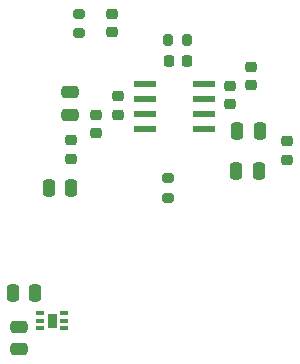
<source format=gtp>
%TF.GenerationSoftware,KiCad,Pcbnew,(6.0.4-0)*%
%TF.CreationDate,2022-07-19T19:10:53-04:00*%
%TF.ProjectId,PhotodiodeTIAVoltageReg,50686f74-6f64-4696-9f64-65544941566f,v01*%
%TF.SameCoordinates,Original*%
%TF.FileFunction,Paste,Top*%
%TF.FilePolarity,Positive*%
%FSLAX46Y46*%
G04 Gerber Fmt 4.6, Leading zero omitted, Abs format (unit mm)*
G04 Created by KiCad (PCBNEW (6.0.4-0)) date 2022-07-19 19:10:53*
%MOMM*%
%LPD*%
G01*
G04 APERTURE LIST*
G04 Aperture macros list*
%AMRoundRect*
0 Rectangle with rounded corners*
0 $1 Rounding radius*
0 $2 $3 $4 $5 $6 $7 $8 $9 X,Y pos of 4 corners*
0 Add a 4 corners polygon primitive as box body*
4,1,4,$2,$3,$4,$5,$6,$7,$8,$9,$2,$3,0*
0 Add four circle primitives for the rounded corners*
1,1,$1+$1,$2,$3*
1,1,$1+$1,$4,$5*
1,1,$1+$1,$6,$7*
1,1,$1+$1,$8,$9*
0 Add four rect primitives between the rounded corners*
20,1,$1+$1,$2,$3,$4,$5,0*
20,1,$1+$1,$4,$5,$6,$7,0*
20,1,$1+$1,$6,$7,$8,$9,0*
20,1,$1+$1,$8,$9,$2,$3,0*%
G04 Aperture macros list end*
%ADD10C,0.010000*%
%ADD11R,1.970000X0.600000*%
%ADD12RoundRect,0.250000X0.475000X-0.250000X0.475000X0.250000X-0.475000X0.250000X-0.475000X-0.250000X0*%
%ADD13RoundRect,0.225000X0.250000X-0.225000X0.250000X0.225000X-0.250000X0.225000X-0.250000X-0.225000X0*%
%ADD14RoundRect,0.200000X-0.200000X-0.275000X0.200000X-0.275000X0.200000X0.275000X-0.200000X0.275000X0*%
%ADD15RoundRect,0.200000X-0.275000X0.200000X-0.275000X-0.200000X0.275000X-0.200000X0.275000X0.200000X0*%
%ADD16RoundRect,0.225000X-0.250000X0.225000X-0.250000X-0.225000X0.250000X-0.225000X0.250000X0.225000X0*%
%ADD17RoundRect,0.225000X0.225000X0.250000X-0.225000X0.250000X-0.225000X-0.250000X0.225000X-0.250000X0*%
%ADD18RoundRect,0.200000X0.275000X-0.200000X0.275000X0.200000X-0.275000X0.200000X-0.275000X-0.200000X0*%
%ADD19RoundRect,0.218750X0.256250X-0.218750X0.256250X0.218750X-0.256250X0.218750X-0.256250X-0.218750X0*%
%ADD20RoundRect,0.250000X-0.250000X-0.475000X0.250000X-0.475000X0.250000X0.475000X-0.250000X0.475000X0*%
%ADD21RoundRect,0.250000X0.250000X0.475000X-0.250000X0.475000X-0.250000X-0.475000X0.250000X-0.475000X0*%
%ADD22RoundRect,0.025600X0.304400X-0.134400X0.304400X0.134400X-0.304400X0.134400X-0.304400X-0.134400X0*%
G04 APERTURE END LIST*
%TO.C,U3*%
G36*
X105044200Y-92128759D02*
G01*
X104403599Y-92128759D01*
X104403599Y-91107800D01*
X105044200Y-91107800D01*
X105044200Y-92128759D01*
G37*
D10*
X105044200Y-92128759D02*
X104403599Y-92128759D01*
X104403599Y-91107800D01*
X105044200Y-91107800D01*
X105044200Y-92128759D01*
%TD*%
D11*
%TO.C,U2*%
X117570000Y-75445000D03*
X117570000Y-74175000D03*
X117570000Y-72905000D03*
X117570000Y-71635000D03*
X112630000Y-71635000D03*
X112630000Y-72905000D03*
X112630000Y-74175000D03*
X112630000Y-75445000D03*
%TD*%
D12*
%TO.C,C1*%
X106290000Y-74190000D03*
X106290000Y-72290000D03*
%TD*%
D13*
%TO.C,C2*%
X110350000Y-74185000D03*
X110350000Y-72635000D03*
%TD*%
D14*
%TO.C,R1*%
X114555000Y-67880000D03*
X116205000Y-67880000D03*
%TD*%
D15*
%TO.C,R2*%
X106990000Y-65645000D03*
X106990000Y-67295000D03*
%TD*%
D16*
%TO.C,C4*%
X119770000Y-71745000D03*
X119770000Y-73295000D03*
%TD*%
D17*
%TO.C,C5*%
X116155000Y-69630000D03*
X114605000Y-69630000D03*
%TD*%
D18*
%TO.C,R3*%
X114540000Y-81205000D03*
X114540000Y-79555000D03*
%TD*%
D16*
%TO.C,C8*%
X108440000Y-74225000D03*
X108440000Y-75775000D03*
%TD*%
D13*
%TO.C,C9*%
X121570000Y-71665000D03*
X121570000Y-70115000D03*
%TD*%
D19*
%TO.C,L1*%
X106360000Y-77917500D03*
X106360000Y-76342500D03*
%TD*%
D16*
%TO.C,C6*%
X109790000Y-65675000D03*
X109790000Y-67225000D03*
%TD*%
D20*
%TO.C,C3*%
X120430000Y-75560000D03*
X122330000Y-75560000D03*
%TD*%
%TO.C,C10*%
X120340000Y-78990000D03*
X122240000Y-78990000D03*
%TD*%
D19*
%TO.C,L2*%
X124660000Y-78020000D03*
X124660000Y-76445000D03*
%TD*%
D21*
%TO.C,C7*%
X106360000Y-80390000D03*
X104460000Y-80390000D03*
%TD*%
D22*
%TO.C,U3*%
X103694200Y-90967800D03*
X103694200Y-91617800D03*
X103694200Y-92267800D03*
X105754200Y-92267800D03*
X105754200Y-91617800D03*
X105754200Y-90967800D03*
%TD*%
D20*
%TO.C,C12*%
X101437400Y-89255600D03*
X103337400Y-89255600D03*
%TD*%
D12*
%TO.C,C11*%
X101981000Y-94066400D03*
X101981000Y-92166400D03*
%TD*%
M02*

</source>
